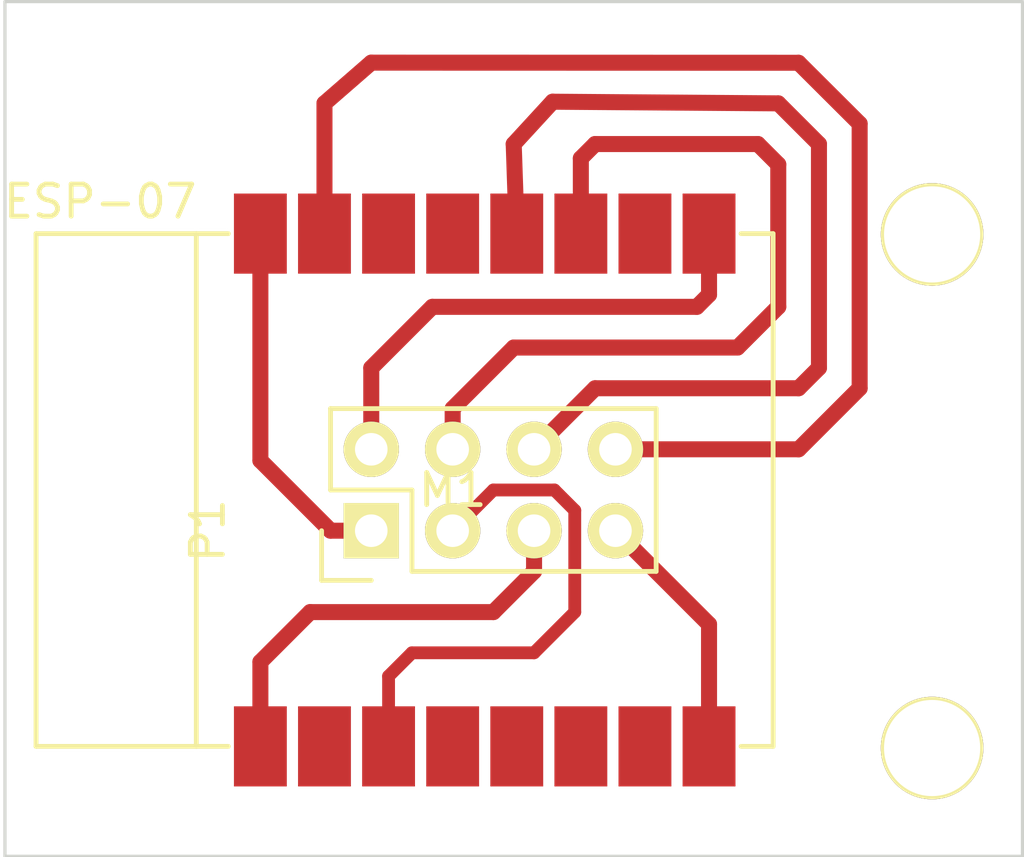
<source format=kicad_pcb>
(kicad_pcb (version 4) (host pcbnew "(after 2015-mar-04 BZR unknown)-product")

  (general
    (links 8)
    (no_connects 0)
    (area 120.345 92.659999 153.688934 119.5168)
    (thickness 1.6)
    (drawings 4)
    (tracks 47)
    (zones 0)
    (modules 4)
    (nets 17)
  )

  (page A4)
  (layers
    (0 F.Cu signal)
    (31 B.Cu signal hide)
    (32 B.Adhes user hide)
    (33 F.Adhes user hide)
    (34 B.Paste user hide)
    (35 F.Paste user hide)
    (36 B.SilkS user hide)
    (37 F.SilkS user)
    (38 B.Mask user hide)
    (39 F.Mask user hide)
    (40 Dwgs.User user hide)
    (41 Cmts.User user hide)
    (42 Eco1.User user hide)
    (43 Eco2.User user hide)
    (44 Edge.Cuts user)
    (45 Margin user hide)
    (46 B.CrtYd user hide)
    (47 F.CrtYd user hide)
    (48 B.Fab user hide)
    (49 F.Fab user hide)
  )

  (setup
    (last_trace_width 0.4)
    (trace_clearance 0.2)
    (zone_clearance 0.508)
    (zone_45_only no)
    (trace_min 0.2)
    (segment_width 0.2)
    (edge_width 0.1)
    (via_size 0.6)
    (via_drill 0.4)
    (via_min_size 0.4)
    (via_min_drill 0.3)
    (uvia_size 0.3)
    (uvia_drill 0.1)
    (uvias_allowed no)
    (uvia_min_size 0.2)
    (uvia_min_drill 0.1)
    (pcb_text_width 0.3)
    (pcb_text_size 1.5 1.5)
    (mod_edge_width 0.15)
    (mod_text_size 1 1)
    (mod_text_width 0.15)
    (pad_size 1.5 1.5)
    (pad_drill 0.6)
    (pad_to_mask_clearance 0)
    (aux_axis_origin 0 0)
    (visible_elements FFFC5A01)
    (pcbplotparams
      (layerselection 0x00030_80000001)
      (usegerberextensions false)
      (excludeedgelayer true)
      (linewidth 0.100000)
      (plotframeref false)
      (viasonmask false)
      (mode 1)
      (useauxorigin false)
      (hpglpennumber 1)
      (hpglpenspeed 20)
      (hpglpendiameter 15)
      (hpglpenoverlay 2)
      (psnegative false)
      (psa4output false)
      (plotreference true)
      (plotvalue true)
      (plotinvisibletext false)
      (padsonsilk false)
      (subtractmaskfromsilk false)
      (outputformat 1)
      (mirror false)
      (drillshape 1)
      (scaleselection 1)
      (outputdirectory ../out/))
  )

  (net 0 "")
  (net 1 "Net-(M1-Pad1)")
  (net 2 "Net-(M1-Pad2)")
  (net 3 "Net-(M1-Pad3)")
  (net 4 "Net-(M1-Pad4)")
  (net 5 "Net-(M1-Pad5)")
  (net 6 "Net-(M1-Pad6)")
  (net 7 "Net-(M1-Pad7)")
  (net 8 "Net-(M1-Pad8)")
  (net 9 "Net-(M1-Pad9)")
  (net 10 "Net-(M1-Pad10)")
  (net 11 "Net-(M1-Pad12)")
  (net 12 "Net-(M1-Pad13)")
  (net 13 "Net-(M1-Pad14)")
  (net 14 "Net-(M1-Pad15)")
  (net 15 "Net-(M1-Pad16)")
  (net 16 "Net-(M1-Pad11)")

  (net_class Default "This is the default net class."
    (clearance 0.2)
    (trace_width 0.4)
    (via_dia 0.6)
    (via_drill 0.4)
    (uvia_dia 0.3)
    (uvia_drill 0.1)
    (add_net "Net-(M1-Pad1)")
    (add_net "Net-(M1-Pad10)")
    (add_net "Net-(M1-Pad11)")
    (add_net "Net-(M1-Pad12)")
    (add_net "Net-(M1-Pad13)")
    (add_net "Net-(M1-Pad14)")
    (add_net "Net-(M1-Pad15)")
    (add_net "Net-(M1-Pad16)")
    (add_net "Net-(M1-Pad2)")
    (add_net "Net-(M1-Pad3)")
    (add_net "Net-(M1-Pad4)")
    (add_net "Net-(M1-Pad5)")
    (add_net "Net-(M1-Pad6)")
    (add_net "Net-(M1-Pad7)")
    (add_net "Net-(M1-Pad8)")
    (add_net "Net-(M1-Pad9)")
  )

  (module ESP8266.fat:ScrewHole (layer F.Cu) (tedit 552DEAD8) (tstamp 552DEB4C)
    (at 149.5806 116.0018)
    (fp_text reference REF** (at 0 2.54) (layer F.SilkS) hide
      (effects (font (size 1 1) (thickness 0.15)))
    )
    (fp_text value ScrewHole (at 0 -2.54) (layer F.Fab) hide
      (effects (font (size 1 1) (thickness 0.15)))
    )
    (pad 1 thru_hole circle (at 0 0) (size 3.2 3.2) (drill 3) (layers *.Cu *.Mask F.SilkS))
  )

  (module ESP8266.fat:ScrewHole (layer F.Cu) (tedit 552DEAD8) (tstamp 552DEB19)
    (at 149.5806 99.9744)
    (fp_text reference REF** (at 0 2.54) (layer F.SilkS) hide
      (effects (font (size 1 1) (thickness 0.15)))
    )
    (fp_text value ScrewHole (at 0 -2.54) (layer F.Fab) hide
      (effects (font (size 1 1) (thickness 0.15)))
    )
    (pad 1 thru_hole circle (at 0 0) (size 3.2 3.2) (drill 3) (layers *.Cu *.Mask F.SilkS))
  )

  (module ESP8266.fat:ESP-07 (layer F.Cu) (tedit 552DD43F) (tstamp 552DE1FF)
    (at 134.62 107.95)
    (path /552DDBA6)
    (fp_text reference M1 (at 0 0) (layer F.SilkS)
      (effects (font (size 1 1) (thickness 0.15)))
    )
    (fp_text value ESP-07 (at -11 -9) (layer F.SilkS)
      (effects (font (size 1 1) (thickness 0.15)))
    )
    (fp_line (start -8 -8) (end -8 8) (layer F.SilkS) (width 0.15))
    (fp_line (start -7 8) (end -13 8) (layer F.SilkS) (width 0.15))
    (fp_line (start -13 8) (end -13 -8) (layer F.SilkS) (width 0.15))
    (fp_line (start -13 -8) (end -7 -8) (layer F.SilkS) (width 0.15))
    (fp_line (start 9 8) (end 10 8) (layer F.SilkS) (width 0.15))
    (fp_line (start 10 8) (end 10 -8) (layer F.SilkS) (width 0.15))
    (fp_line (start 10 -8) (end 9 -8) (layer F.SilkS) (width 0.15))
    (pad 1 smd rect (at -6 8) (size 1.65 2.5) (layers F.Cu F.Paste F.Mask)
      (net 1 "Net-(M1-Pad1)"))
    (pad 2 smd rect (at -4 8) (size 1.65 2.5) (layers F.Cu F.Paste F.Mask)
      (net 2 "Net-(M1-Pad2)"))
    (pad 3 smd rect (at -2 8) (size 1.65 2.5) (layers F.Cu F.Paste F.Mask)
      (net 3 "Net-(M1-Pad3)"))
    (pad 4 smd rect (at 0 8) (size 1.65 2.5) (layers F.Cu F.Paste F.Mask)
      (net 4 "Net-(M1-Pad4)"))
    (pad 5 smd rect (at 2 8) (size 1.65 2.5) (layers F.Cu F.Paste F.Mask)
      (net 5 "Net-(M1-Pad5)"))
    (pad 6 smd rect (at 4 8) (size 1.65 2.5) (layers F.Cu F.Paste F.Mask)
      (net 6 "Net-(M1-Pad6)"))
    (pad 7 smd rect (at 6 8) (size 1.65 2.5) (layers F.Cu F.Paste F.Mask)
      (net 7 "Net-(M1-Pad7)"))
    (pad 8 smd rect (at 8 8) (size 1.65 2.5) (layers F.Cu F.Paste F.Mask)
      (net 8 "Net-(M1-Pad8)"))
    (pad 9 smd rect (at 8 -8) (size 1.65 2.5) (layers F.Cu F.Paste F.Mask)
      (net 9 "Net-(M1-Pad9)"))
    (pad 10 smd rect (at 6 -8) (size 1.65 2.5) (layers F.Cu F.Paste F.Mask)
      (net 10 "Net-(M1-Pad10)"))
    (pad 12 smd rect (at 2 -8) (size 1.65 2.5) (layers F.Cu F.Paste F.Mask)
      (net 11 "Net-(M1-Pad12)"))
    (pad 13 smd rect (at 0 -8) (size 1.65 2.5) (layers F.Cu F.Paste F.Mask)
      (net 12 "Net-(M1-Pad13)"))
    (pad 14 smd rect (at -2 -8) (size 1.65 2.5) (layers F.Cu F.Paste F.Mask)
      (net 13 "Net-(M1-Pad14)"))
    (pad 15 smd rect (at -4 -8) (size 1.65 2.5) (layers F.Cu F.Paste F.Mask)
      (net 14 "Net-(M1-Pad15)"))
    (pad 16 smd rect (at -6 -8) (size 1.65 2.5) (layers F.Cu F.Paste F.Mask)
      (net 15 "Net-(M1-Pad16)"))
    (pad 11 smd rect (at 4 -8) (size 1.65 2.5) (layers F.Cu F.Paste F.Mask)
      (net 16 "Net-(M1-Pad11)"))
  )

  (module Pin_Headers:Pin_Header_Straight_2x04 (layer F.Cu) (tedit 0) (tstamp 552DE254)
    (at 132.08 109.22 90)
    (descr "Through hole pin header")
    (tags "pin header")
    (path /552DDC02)
    (fp_text reference P1 (at 0 -5.1 90) (layer F.SilkS)
      (effects (font (size 1 1) (thickness 0.15)))
    )
    (fp_text value CONN_02X04 (at 0 -3.1 90) (layer F.Fab)
      (effects (font (size 1 1) (thickness 0.15)))
    )
    (fp_line (start -1.75 -1.75) (end -1.75 9.4) (layer F.CrtYd) (width 0.05))
    (fp_line (start 4.3 -1.75) (end 4.3 9.4) (layer F.CrtYd) (width 0.05))
    (fp_line (start -1.75 -1.75) (end 4.3 -1.75) (layer F.CrtYd) (width 0.05))
    (fp_line (start -1.75 9.4) (end 4.3 9.4) (layer F.CrtYd) (width 0.05))
    (fp_line (start -1.27 1.27) (end -1.27 8.89) (layer F.SilkS) (width 0.15))
    (fp_line (start -1.27 8.89) (end 3.81 8.89) (layer F.SilkS) (width 0.15))
    (fp_line (start 3.81 8.89) (end 3.81 -1.27) (layer F.SilkS) (width 0.15))
    (fp_line (start 3.81 -1.27) (end 1.27 -1.27) (layer F.SilkS) (width 0.15))
    (fp_line (start 0 -1.55) (end -1.55 -1.55) (layer F.SilkS) (width 0.15))
    (fp_line (start 1.27 -1.27) (end 1.27 1.27) (layer F.SilkS) (width 0.15))
    (fp_line (start 1.27 1.27) (end -1.27 1.27) (layer F.SilkS) (width 0.15))
    (fp_line (start -1.55 -1.55) (end -1.55 0) (layer F.SilkS) (width 0.15))
    (pad 1 thru_hole rect (at 0 0 90) (size 1.7272 1.7272) (drill 1.016) (layers *.Cu *.Mask F.SilkS)
      (net 15 "Net-(M1-Pad16)"))
    (pad 2 thru_hole oval (at 2.54 0 90) (size 1.7272 1.7272) (drill 1.016) (layers *.Cu *.Mask F.SilkS)
      (net 9 "Net-(M1-Pad9)"))
    (pad 3 thru_hole oval (at 0 2.54 90) (size 1.7272 1.7272) (drill 1.016) (layers *.Cu *.Mask F.SilkS)
      (net 3 "Net-(M1-Pad3)"))
    (pad 4 thru_hole oval (at 2.54 2.54 90) (size 1.7272 1.7272) (drill 1.016) (layers *.Cu *.Mask F.SilkS)
      (net 16 "Net-(M1-Pad11)"))
    (pad 5 thru_hole oval (at 0 5.08 90) (size 1.7272 1.7272) (drill 1.016) (layers *.Cu *.Mask F.SilkS)
      (net 1 "Net-(M1-Pad1)"))
    (pad 6 thru_hole oval (at 2.54 5.08 90) (size 1.7272 1.7272) (drill 1.016) (layers *.Cu *.Mask F.SilkS)
      (net 11 "Net-(M1-Pad12)"))
    (pad 7 thru_hole oval (at 0 7.62 90) (size 1.7272 1.7272) (drill 1.016) (layers *.Cu *.Mask F.SilkS)
      (net 8 "Net-(M1-Pad8)"))
    (pad 8 thru_hole oval (at 2.54 7.62 90) (size 1.7272 1.7272) (drill 1.016) (layers *.Cu *.Mask F.SilkS)
      (net 14 "Net-(M1-Pad15)"))
    (model Pin_Headers.3dshapes/Pin_Header_Straight_2x04.wrl
      (at (xyz 0.05 -0.15 0))
      (scale (xyz 1 1 1))
      (rotate (xyz 0 0 90))
    )
  )

  (gr_line (start 152.4 92.71) (end 120.65 92.71) (angle 90) (layer Edge.Cuts) (width 0.1))
  (gr_line (start 152.4 119.38) (end 152.4 92.71) (angle 90) (layer Edge.Cuts) (width 0.1))
  (gr_line (start 120.65 119.38) (end 152.4 119.38) (angle 90) (layer Edge.Cuts) (width 0.1))
  (gr_line (start 120.65 92.71) (end 120.65 119.38) (angle 90) (layer Edge.Cuts) (width 0.1))

  (segment (start 128.62 115.95) (end 128.62 113.315) (width 0.5) (layer F.Cu) (net 1) (status 400000))
  (segment (start 137.16 110.49) (end 137.16 109.22) (width 0.5) (layer F.Cu) (net 1) (tstamp 552DF043) (status 800000))
  (segment (start 135.89 111.76) (end 137.16 110.49) (width 0.5) (layer F.Cu) (net 1) (tstamp 552DF040))
  (segment (start 130.175 111.76) (end 135.89 111.76) (width 0.5) (layer F.Cu) (net 1) (tstamp 552DF039))
  (segment (start 128.62 113.315) (end 130.175 111.76) (width 0.5) (layer F.Cu) (net 1) (tstamp 552DF037))
  (segment (start 132.62 115.95) (end 132.62 113.76) (width 0.4) (layer F.Cu) (net 3) (status 400000))
  (segment (start 135.89 107.95) (end 134.62 109.22) (width 0.4) (layer F.Cu) (net 3) (tstamp 552DF134) (status 800000))
  (segment (start 137.795 107.95) (end 135.89 107.95) (width 0.4) (layer F.Cu) (net 3) (tstamp 552DF132))
  (segment (start 138.43 108.585) (end 137.795 107.95) (width 0.4) (layer F.Cu) (net 3) (tstamp 552DF130))
  (segment (start 138.43 111.76) (end 138.43 108.585) (width 0.4) (layer F.Cu) (net 3) (tstamp 552DF12D))
  (segment (start 137.16 113.03) (end 138.43 111.76) (width 0.4) (layer F.Cu) (net 3) (tstamp 552DF12C))
  (segment (start 133.35 113.03) (end 137.16 113.03) (width 0.4) (layer F.Cu) (net 3) (tstamp 552DF129))
  (segment (start 132.62 113.76) (end 133.35 113.03) (width 0.4) (layer F.Cu) (net 3) (tstamp 552DF124))
  (segment (start 142.62 115.95) (end 142.62 112.14) (width 0.5) (layer F.Cu) (net 8) (status 400000))
  (segment (start 142.62 112.14) (end 139.7 109.22) (width 0.5) (layer F.Cu) (net 8) (tstamp 552DF04D) (status 800000))
  (segment (start 132.08 106.68) (end 132.08 104.14) (width 0.5) (layer F.Cu) (net 9) (status 400000))
  (segment (start 142.62 101.855) (end 142.62 99.95) (width 0.5) (layer F.Cu) (net 9) (tstamp 552DEFC4) (status 800000))
  (segment (start 142.24 102.235) (end 142.62 101.855) (width 0.5) (layer F.Cu) (net 9) (tstamp 552DEFC2))
  (segment (start 133.985 102.235) (end 142.24 102.235) (width 0.5) (layer F.Cu) (net 9) (tstamp 552DEFBE))
  (segment (start 132.08 104.14) (end 133.985 102.235) (width 0.5) (layer F.Cu) (net 9) (tstamp 552DEFB7))
  (segment (start 137.16 106.68) (end 139.065 104.775) (width 0.5) (layer F.Cu) (net 11) (status 400000))
  (segment (start 136.525 97.155) (end 136.62 99.95) (width 0.5) (layer F.Cu) (net 11) (tstamp 552DEF8D) (status 800000))
  (segment (start 137.739388 95.833881) (end 136.525 97.155) (width 0.5) (layer F.Cu) (net 11) (tstamp 552DEF8A))
  (segment (start 144.78 95.885) (end 137.739388 95.833881) (width 0.5) (layer F.Cu) (net 11) (tstamp 552DEF88))
  (segment (start 146.05 97.155) (end 144.78 95.885) (width 0.5) (layer F.Cu) (net 11) (tstamp 552DEF84))
  (segment (start 146.05 104.14) (end 146.05 97.155) (width 0.5) (layer F.Cu) (net 11) (tstamp 552DEF82))
  (segment (start 145.415 104.775) (end 146.05 104.14) (width 0.5) (layer F.Cu) (net 11) (tstamp 552DEF7F))
  (segment (start 139.065 104.775) (end 145.415 104.775) (width 0.5) (layer F.Cu) (net 11) (tstamp 552DEF78))
  (segment (start 139.7 106.68) (end 145.415 106.68) (width 0.5) (layer F.Cu) (net 14) (status 400000))
  (segment (start 130.62 95.885) (end 130.62 99.95) (width 0.5) (layer F.Cu) (net 14) (tstamp 552DEF6E) (status 800000))
  (segment (start 132.08 94.615) (end 130.62 95.885) (width 0.5) (layer F.Cu) (net 14) (tstamp 552DEF6C))
  (segment (start 145.412616 94.618591) (end 132.08 94.615) (width 0.5) (layer F.Cu) (net 14) (tstamp 552DEF69))
  (segment (start 147.32 96.52) (end 145.412616 94.618591) (width 0.5) (layer F.Cu) (net 14) (tstamp 552DEF66))
  (segment (start 147.32 104.775) (end 147.32 96.52) (width 0.5) (layer F.Cu) (net 14) (tstamp 552DEF5D))
  (segment (start 145.415 106.68) (end 147.32 104.775) (width 0.5) (layer F.Cu) (net 14) (tstamp 552DEF54))
  (segment (start 128.62 99.95) (end 128.62 107.03) (width 0.5) (layer F.Cu) (net 15) (status 400000))
  (segment (start 130.81 109.22) (end 132.08 109.22) (width 0.5) (layer F.Cu) (net 15) (tstamp 552DF022) (status 800000))
  (segment (start 128.62 107.03) (end 130.81 109.22) (width 0.5) (layer F.Cu) (net 15) (tstamp 552DF01F))
  (segment (start 134.62 106.68) (end 134.62 105.41) (width 0.5) (layer F.Cu) (net 16) (status 400000))
  (segment (start 138.62 97.6) (end 138.62 99.95) (width 0.5) (layer F.Cu) (net 16) (tstamp 552DEFB1) (status 800000))
  (segment (start 139.065 97.155) (end 138.62 97.6) (width 0.5) (layer F.Cu) (net 16) (tstamp 552DEFAD))
  (segment (start 144.145 97.155) (end 139.065 97.155) (width 0.5) (layer F.Cu) (net 16) (tstamp 552DEFAB))
  (segment (start 144.78 97.79) (end 144.145 97.155) (width 0.5) (layer F.Cu) (net 16) (tstamp 552DEFA7))
  (segment (start 144.78 102.235) (end 144.78 97.79) (width 0.5) (layer F.Cu) (net 16) (tstamp 552DEFA5))
  (segment (start 143.51 103.505) (end 144.78 102.235) (width 0.5) (layer F.Cu) (net 16) (tstamp 552DEFA3))
  (segment (start 136.525 103.505) (end 143.51 103.505) (width 0.5) (layer F.Cu) (net 16) (tstamp 552DEFA0))
  (segment (start 134.62 105.41) (end 136.525 103.505) (width 0.5) (layer F.Cu) (net 16) (tstamp 552DEF97))

)

</source>
